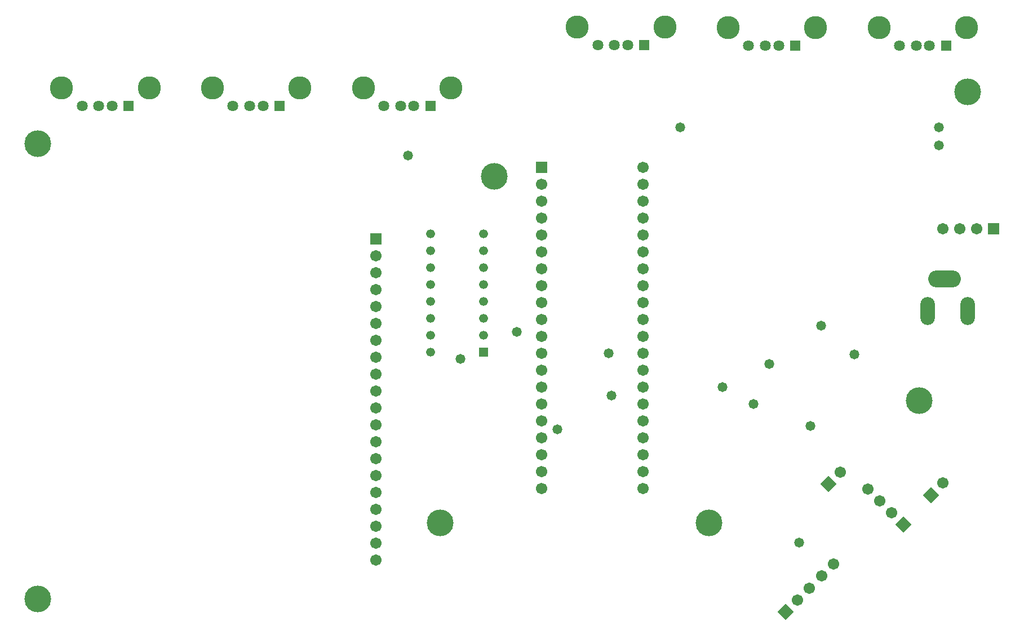
<source format=gbs>
G04*
G04 #@! TF.GenerationSoftware,Altium Limited,Altium Designer,22.1.2 (22)*
G04*
G04 Layer_Color=16711935*
%FSLAX25Y25*%
%MOIN*%
G70*
G04*
G04 #@! TF.SameCoordinates,DBBF1DAF-B7B8-4F0F-8103-75AA92EAAB8F*
G04*
G04*
G04 #@! TF.FilePolarity,Negative*
G04*
G01*
G75*
%ADD44P,0.09483X4X180.0*%
%ADD45C,0.06706*%
%ADD46P,0.09483X4X90.0*%
%ADD47R,0.06706X0.06706*%
%ADD48C,0.13698*%
%ADD49C,0.06422*%
%ADD50R,0.06422X0.06422*%
%ADD51R,0.06706X0.06706*%
%ADD52C,0.06700*%
%ADD53R,0.06700X0.06700*%
%ADD54R,0.05249X0.05249*%
%ADD55C,0.05249*%
%ADD56O,0.08674X0.16548*%
%ADD57O,0.19304X0.10052*%
%ADD58C,0.15800*%
%ADD59C,0.05800*%
D44*
X532071Y63929D02*
D03*
D45*
X525000Y71000D02*
D03*
X517929Y78071D02*
D03*
X510858Y85142D02*
D03*
X469429Y19429D02*
D03*
X476500Y26500D02*
D03*
X483571Y33571D02*
D03*
X490642Y40642D02*
D03*
X494601Y95071D02*
D03*
X220000Y223000D02*
D03*
Y213000D02*
D03*
Y203000D02*
D03*
Y193000D02*
D03*
Y183000D02*
D03*
Y173000D02*
D03*
Y163000D02*
D03*
Y153000D02*
D03*
Y143000D02*
D03*
Y133000D02*
D03*
Y123000D02*
D03*
Y113000D02*
D03*
Y103000D02*
D03*
Y93000D02*
D03*
Y83000D02*
D03*
Y73000D02*
D03*
Y63000D02*
D03*
Y53000D02*
D03*
Y43000D02*
D03*
X555500Y239000D02*
D03*
X565500D02*
D03*
X575500D02*
D03*
X555399Y88571D02*
D03*
D46*
X462358Y12358D02*
D03*
X487530Y88000D02*
D03*
X548328Y81500D02*
D03*
D47*
X220000Y233000D02*
D03*
D48*
X123397Y322500D02*
D03*
X175129D02*
D03*
X212659D02*
D03*
X264391D02*
D03*
X85866D02*
D03*
X34134D02*
D03*
X569391Y358000D02*
D03*
X517659D02*
D03*
X480129D02*
D03*
X428397D02*
D03*
X390866Y358500D02*
D03*
X339134D02*
D03*
D49*
X135483Y311831D02*
D03*
X145326D02*
D03*
X153200D02*
D03*
X224746D02*
D03*
X234588D02*
D03*
X242462D02*
D03*
X63937D02*
D03*
X56063D02*
D03*
X46220D02*
D03*
X547462Y347331D02*
D03*
X539588D02*
D03*
X529746D02*
D03*
X458200D02*
D03*
X450326D02*
D03*
X440483D02*
D03*
X368937Y347831D02*
D03*
X361063D02*
D03*
X351220D02*
D03*
D50*
X163042Y311831D02*
D03*
X252305D02*
D03*
X73780D02*
D03*
X557305Y347331D02*
D03*
X468042D02*
D03*
X378780Y347831D02*
D03*
D51*
X585500Y239000D02*
D03*
D52*
X378000Y275500D02*
D03*
Y265500D02*
D03*
Y255500D02*
D03*
Y245500D02*
D03*
Y235500D02*
D03*
Y225500D02*
D03*
Y215500D02*
D03*
Y205500D02*
D03*
Y195500D02*
D03*
Y185500D02*
D03*
Y175500D02*
D03*
Y165500D02*
D03*
Y155500D02*
D03*
Y145500D02*
D03*
Y135500D02*
D03*
Y125500D02*
D03*
Y115500D02*
D03*
Y105500D02*
D03*
Y95500D02*
D03*
Y85500D02*
D03*
X318000D02*
D03*
Y95500D02*
D03*
Y105500D02*
D03*
Y115500D02*
D03*
Y125500D02*
D03*
Y135500D02*
D03*
Y145500D02*
D03*
Y155500D02*
D03*
Y165500D02*
D03*
Y175500D02*
D03*
Y185500D02*
D03*
Y195500D02*
D03*
Y205500D02*
D03*
Y215500D02*
D03*
Y225500D02*
D03*
Y235500D02*
D03*
Y245500D02*
D03*
Y255500D02*
D03*
Y265500D02*
D03*
D53*
Y275500D02*
D03*
D54*
X283630Y166000D02*
D03*
D55*
Y176000D02*
D03*
Y186000D02*
D03*
Y196000D02*
D03*
Y206000D02*
D03*
Y216000D02*
D03*
Y226000D02*
D03*
Y236000D02*
D03*
X252370D02*
D03*
Y226000D02*
D03*
Y216000D02*
D03*
Y206000D02*
D03*
Y196000D02*
D03*
Y186000D02*
D03*
Y176000D02*
D03*
Y166000D02*
D03*
D56*
X546378Y190500D02*
D03*
X570000D02*
D03*
D57*
X556220Y209398D02*
D03*
D58*
X417000Y65000D02*
D03*
X541500Y137500D02*
D03*
X258000Y65000D02*
D03*
X290000Y270000D02*
D03*
X20000Y20000D02*
D03*
Y289500D02*
D03*
X570000Y320000D02*
D03*
D59*
X400000Y299000D02*
D03*
X553100D02*
D03*
Y288255D02*
D03*
X357700Y165200D02*
D03*
X483258Y181800D02*
D03*
X443500Y135500D02*
D03*
X424900Y145500D02*
D03*
X239000Y282500D02*
D03*
X476900Y122400D02*
D03*
X452600Y159100D02*
D03*
X470500Y53500D02*
D03*
X270000Y162000D02*
D03*
X359500Y140500D02*
D03*
X502900Y164700D02*
D03*
X327400Y120500D02*
D03*
X303500Y178000D02*
D03*
M02*

</source>
